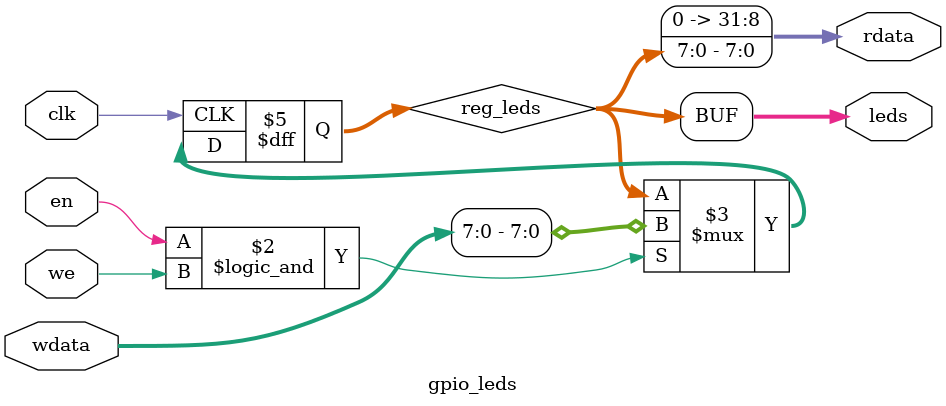
<source format=sv>
module gpio_leds (
    input  logic        clk,      // reloj del sistema
    input  logic        en,       // enable del periférico (activo cuando dir ∈ LEDs)
    input  logic        we,       // write enable (activo en SW)
    input  logic [31:0] wdata,    // dato a escribir
    output logic [31:0] rdata,    // dato leído (valor actual de LEDs)
    output logic [7:0]  leds      // salida física a la placa
);

    // Registro interno del estado de los LEDs
    logic [7:0] reg_leds;

    // Escritura sincronizada al flanco positivo del reloj
    always_ff @(posedge clk) begin
        if (en && we)
            reg_leds <= wdata[7:0];
    end

    // Lectura combinacional (valor actual de los LEDs)
    assign rdata = {24'b0, reg_leds};

    // Salida a los LEDs físicos
    assign leds = reg_leds;

endmodule
</source>
